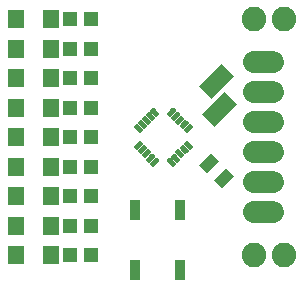
<source format=gts>
G75*
G70*
%OFA0B0*%
%FSLAX24Y24*%
%IPPOS*%
%LPD*%
%AMOC8*
5,1,8,0,0,1.08239X$1,22.5*
%
%ADD10C,0.0149*%
%ADD11C,0.0720*%
%ADD12R,0.0395X0.0552*%
%ADD13R,0.0552X0.0631*%
%ADD14R,0.0513X0.0474*%
%ADD15C,0.0820*%
%ADD16R,0.0580X0.1080*%
%ADD17R,0.0380X0.0680*%
D10*
X005763Y005953D02*
X005895Y006085D01*
X005931Y006049D01*
X005799Y005917D01*
X005763Y005953D01*
X005875Y006065D02*
X005915Y006065D01*
X006034Y005945D02*
X005902Y005813D01*
X006034Y005945D02*
X006070Y005909D01*
X005938Y005777D01*
X005902Y005813D01*
X006014Y005925D02*
X006054Y005925D01*
X006173Y005806D02*
X006041Y005674D01*
X006173Y005806D02*
X006209Y005770D01*
X006077Y005638D01*
X006041Y005674D01*
X006153Y005786D02*
X006193Y005786D01*
X006313Y005667D02*
X006181Y005535D01*
X006313Y005667D02*
X006349Y005631D01*
X006217Y005499D01*
X006181Y005535D01*
X006293Y005647D02*
X006333Y005647D01*
X006452Y005528D02*
X006320Y005396D01*
X006452Y005528D02*
X006488Y005492D01*
X006356Y005360D01*
X006320Y005396D01*
X006432Y005508D02*
X006472Y005508D01*
X006877Y005492D02*
X006913Y005528D01*
X007045Y005396D01*
X007009Y005360D01*
X006877Y005492D01*
X006893Y005508D02*
X006933Y005508D01*
X007016Y005631D02*
X007052Y005667D01*
X007184Y005535D01*
X007148Y005499D01*
X007016Y005631D01*
X007032Y005647D02*
X007072Y005647D01*
X007155Y005770D02*
X007191Y005806D01*
X007323Y005674D01*
X007287Y005638D01*
X007155Y005770D01*
X007171Y005786D02*
X007211Y005786D01*
X007294Y005909D02*
X007330Y005945D01*
X007462Y005813D01*
X007426Y005777D01*
X007294Y005909D01*
X007310Y005925D02*
X007350Y005925D01*
X007433Y006049D02*
X007469Y006085D01*
X007601Y005953D01*
X007565Y005917D01*
X007433Y006049D01*
X007449Y006065D02*
X007489Y006065D01*
X007433Y006509D02*
X007565Y006641D01*
X007601Y006605D01*
X007469Y006473D01*
X007433Y006509D01*
X007545Y006621D02*
X007585Y006621D01*
X007426Y006781D02*
X007294Y006649D01*
X007426Y006781D02*
X007462Y006745D01*
X007330Y006613D01*
X007294Y006649D01*
X007406Y006761D02*
X007446Y006761D01*
X007287Y006920D02*
X007155Y006788D01*
X007287Y006920D02*
X007323Y006884D01*
X007191Y006752D01*
X007155Y006788D01*
X007267Y006900D02*
X007307Y006900D01*
X007148Y007059D02*
X007016Y006927D01*
X007148Y007059D02*
X007184Y007023D01*
X007052Y006891D01*
X007016Y006927D01*
X007128Y007039D02*
X007168Y007039D01*
X007009Y007198D02*
X006877Y007066D01*
X007009Y007198D02*
X007045Y007162D01*
X006913Y007030D01*
X006877Y007066D01*
X006989Y007178D02*
X007029Y007178D01*
X006356Y007198D02*
X006320Y007162D01*
X006356Y007198D02*
X006488Y007066D01*
X006452Y007030D01*
X006320Y007162D01*
X006336Y007178D02*
X006376Y007178D01*
X006217Y007059D02*
X006181Y007023D01*
X006217Y007059D02*
X006349Y006927D01*
X006313Y006891D01*
X006181Y007023D01*
X006197Y007039D02*
X006237Y007039D01*
X006077Y006920D02*
X006041Y006884D01*
X006077Y006920D02*
X006209Y006788D01*
X006173Y006752D01*
X006041Y006884D01*
X006057Y006900D02*
X006097Y006900D01*
X005938Y006781D02*
X005902Y006745D01*
X005938Y006781D02*
X006070Y006649D01*
X006034Y006613D01*
X005902Y006745D01*
X005918Y006761D02*
X005958Y006761D01*
X005799Y006641D02*
X005763Y006605D01*
X005799Y006641D02*
X005931Y006509D01*
X005895Y006473D01*
X005763Y006605D01*
X005779Y006621D02*
X005819Y006621D01*
D11*
X009702Y006779D02*
X010342Y006779D01*
X010342Y005779D02*
X009702Y005779D01*
X009702Y004779D02*
X010342Y004779D01*
X010342Y003779D02*
X009702Y003779D01*
X009702Y007779D02*
X010342Y007779D01*
X010342Y008779D02*
X009702Y008779D01*
D12*
G36*
X008156Y005083D02*
X007877Y005362D01*
X008266Y005751D01*
X008545Y005472D01*
X008156Y005083D01*
G37*
G36*
X008657Y004582D02*
X008378Y004861D01*
X008767Y005250D01*
X009046Y004971D01*
X008657Y004582D01*
G37*
D13*
X001761Y002342D03*
X001761Y003326D03*
X001761Y004311D03*
X001761Y005295D03*
X001761Y006279D03*
X001761Y007263D03*
X001761Y008248D03*
X001761Y009232D03*
X001761Y010216D03*
X002942Y010216D03*
X002942Y009232D03*
X002942Y008248D03*
X002942Y007263D03*
X002942Y006279D03*
X002942Y005295D03*
X002942Y004311D03*
X002942Y003326D03*
X002942Y002342D03*
D14*
X003592Y002342D03*
X004261Y002342D03*
X004261Y003326D03*
X003592Y003326D03*
X003592Y004311D03*
X004261Y004311D03*
X004261Y005295D03*
X003592Y005295D03*
X003592Y006279D03*
X004261Y006279D03*
X004261Y007263D03*
X003592Y007263D03*
X003592Y008267D03*
X004261Y008267D03*
X004261Y009232D03*
X003592Y009232D03*
X003592Y010216D03*
X004261Y010216D03*
D15*
X009710Y010209D03*
X010710Y010209D03*
X010710Y002350D03*
X009710Y002350D03*
D16*
G36*
X008727Y007799D02*
X009137Y007389D01*
X008375Y006627D01*
X007965Y007037D01*
X008727Y007799D01*
G37*
G36*
X008627Y008734D02*
X009037Y008324D01*
X008275Y007562D01*
X007865Y007972D01*
X008627Y008734D01*
G37*
D17*
X007257Y003854D03*
X005757Y003854D03*
X005757Y001854D03*
X007257Y001854D03*
M02*

</source>
